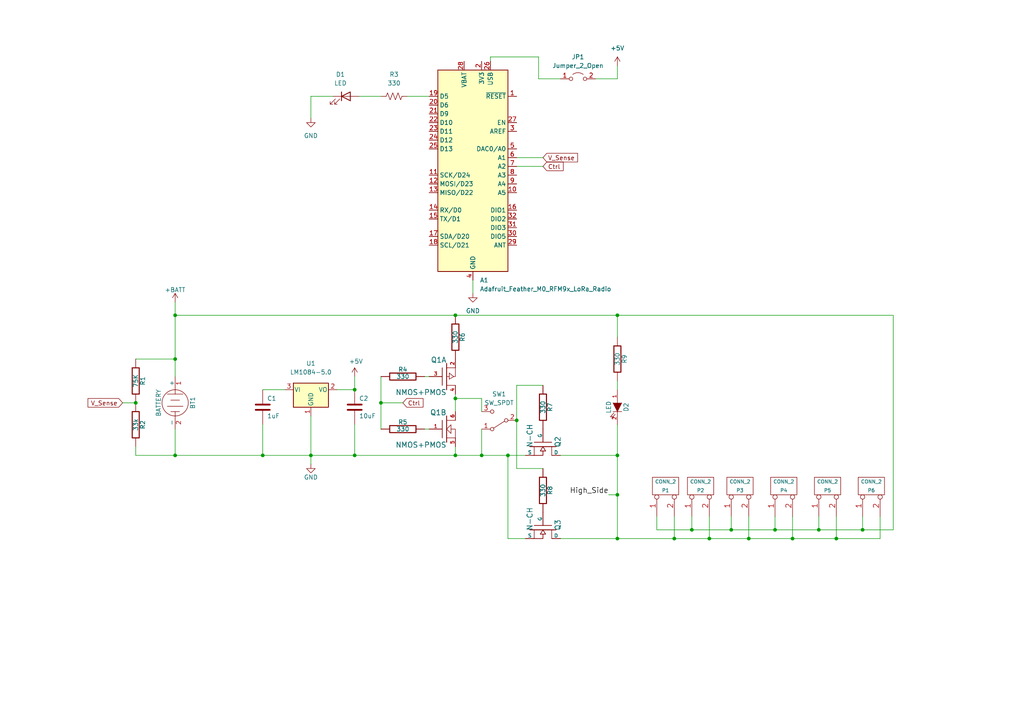
<source format=kicad_sch>
(kicad_sch (version 20211123) (generator eeschema)
  (paper "A4")
  (title_block (title "ISU LTA Remote-Off & Telemetry System") (date "2022-12-13") (rev "E") (company "Iowa State University") (comment 1 "LTA Power, Termination, Telemetry System") (comment 2 "Matthew E. Nelson"))
  (lib_symbols
    (symbol "Device:LED" (pin_numbers hide) (pin_names (offset 1.016) hide)
      (property "Reference" "D" (at 0 2.54 0))
      (property "Value" "LED" (at 0 -2.54 0))
      (symbol "LED_0_1"
        (polyline (pts (xy -1.27 -1.27) (xy -1.27 1.27)) (stroke (width 0.254)))
        (polyline (pts (xy -1.27 0) (xy 1.27 0)))
        (polyline (pts (xy 1.27 -1.27) (xy 1.27 1.27) (xy -1.27 0) (xy 1.27 -1.27)) (stroke (width 0.254)))
        (polyline (pts (xy -3.048 -0.762) (xy -4.572 -2.286) (xy -3.81 -2.286) (xy -4.572 -2.286) (xy -4.572 -1.524)))
        (polyline (pts (xy -1.778 -0.762) (xy -3.302 -2.286) (xy -2.54 -2.286) (xy -3.302 -2.286) (xy -3.302 -1.524)))
      )
      (symbol "LED_1_1"
        (pin passive line (at -3.81 0 0) (length 2.54) (name "K") (number "1"))
        (pin passive line (at 3.81 0 180) (length 2.54) (name "A") (number "2"))
      )
    )
    (symbol "Device:R_US" (pin_numbers hide) (pin_names (offset 0))
      (property "Reference" "R" (at 2.54 0 90))
      (property "Value" "R_US" (at -2.54 0 90))
      (symbol "R_US_0_1"
        (polyline (pts (xy 0 -2.286) (xy 0 -2.54)))
        (polyline (pts (xy 0 2.286) (xy 0 2.54)))
        (polyline (pts (xy 0 -0.762) (xy 1.016 -1.143) (xy 0 -1.524) (xy -1.016 -1.905) (xy 0 -2.286)))
        (polyline (pts (xy 0 0.762) (xy 1.016 0.381) (xy 0 0) (xy -1.016 -0.381) (xy 0 -0.762)))
        (polyline (pts (xy 0 2.286) (xy 1.016 1.905) (xy 0 1.524) (xy -1.016 1.143) (xy 0 0.762)))
      )
      (symbol "R_US_1_1"
        (pin passive line (at 0 3.81 270) (length 1.27) (name "~") (number "1"))
        (pin passive line (at 0 -3.81 90) (length 1.27) (name "~") (number "2"))
      )
    )
    (symbol "ISU_LTA_Kill_Board-rescue:BATTERY" (pin_names (offset 0))
      (property "Reference" "BT" (at 0 5.08 0))
      (property "Value" "BATTERY" (at 0 -4.826 0))
      (symbol "BATTERY_0_1"
        (polyline (pts (xy -2.54 0) (xy -3.81 0)))
        (polyline (pts (xy -2.54 2.286) (xy -2.54 -2.2606)) (stroke (width 0.1524)))
        (polyline (pts (xy -0.7874 1.27) (xy -0.7874 -1.27)) (stroke (width 0.1524)))
        (polyline (pts (xy 0.9906 2.286) (xy 0.9906 -2.2606)) (stroke (width 0.1524)))
        (polyline (pts (xy 2.54 0) (xy 3.81 0)))
        (polyline (pts (xy 2.54 1.27) (xy 2.54 -1.27)) (stroke (width 0.1524)))
        (circle (center 0 0) (radius 3.81) (stroke (width 0.1524)))
      )
      (symbol "BATTERY_1_1"
        (pin passive line (at -7.62 0 0) (length 3.81) (name "+") (number "1"))
        (pin passive line (at 7.62 0 180) (length 3.81) (name "-") (number "2"))
      )
    )
    (symbol "ISU_LTA_Kill_Board-rescue:C-RESCUE-ISU_LTA_Kill_Board" (pin_numbers hide) (pin_names (offset 0.254))
      (property "Reference" "C" (at 0 2.54 0))
      (property "Value" "C-RESCUE-ISU_LTA_Kill_Board" (at 0.1524 -2.159 0))
      (symbol "C-RESCUE-ISU_LTA_Kill_Board_0_1"
        (polyline (pts (xy -2.032 -0.762) (xy 2.032 -0.762)) (stroke (width 0.508)))
        (polyline (pts (xy -2.032 0.762) (xy 2.032 0.762)) (stroke (width 0.508)))
      )
      (symbol "C-RESCUE-ISU_LTA_Kill_Board_1_1"
        (pin passive line (at 0 5.08 270) (length 4.318) (name "~") (number "1"))
        (pin passive line (at 0 -5.08 90) (length 4.318) (name "~") (number "2"))
      )
    )
    (symbol "ISU_LTA_Kill_Board-rescue:CONN_2" (pin_names (offset 1.016) hide)
      (property "Reference" "P" (at -1.27 0 90))
      (property "Value" "CONN_2" (at 1.27 0 90))
      (symbol "CONN_2_0_1"
        (rectangle (start -2.54 3.81) (end 2.54 -3.81))
      )
      (symbol "CONN_2_1_1"
        (pin passive inverted (at -8.89 2.54 0) (length 6.35) (name "P1") (number "1"))
        (pin passive inverted (at -8.89 -2.54 0) (length 6.35) (name "PM") (number "2"))
      )
    )
    (symbol "ISU_LTA_Kill_Board-rescue:LED-RESCUE-ISU_LTA_Kill_Board" (pin_names (offset 1.016) hide)
      (property "Reference" "D" (at 0 2.54 0))
      (property "Value" "LED-RESCUE-ISU_LTA_Kill_Board" (at 0 -2.54 0))
      (symbol "LED-RESCUE-ISU_LTA_Kill_Board_0_1"
        (polyline (pts (xy 1.27 1.27) (xy 1.27 -1.27)))
        (polyline (pts (xy -1.27 1.27) (xy 1.27 0) (xy -1.27 -1.27)) (fill (type outline)))
        (polyline (pts (xy 1.651 -1.016) (xy 2.794 -2.032) (xy 2.667 -1.397)))
        (polyline (pts (xy 2.032 -0.635) (xy 3.175 -1.651) (xy 3.048 -1.016)))
      )
      (symbol "LED-RESCUE-ISU_LTA_Kill_Board_1_1"
        (pin passive line (at -5.08 0 0) (length 3.81) (name "A") (number "1"))
        (pin passive line (at 5.08 0 180) (length 3.81) (name "K") (number "2"))
      )
    )
    (symbol "ISU_LTA_Kill_Board-rescue:MOS_3-Term" (pin_numbers hide) (pin_names (offset 0))
      (property "Reference" "Q" (at 0.254 4.318 0))
      (property "Value" "MOS_3-Term" (at 0.254 -3.81 0))
      (symbol "MOS_3-Term_0_1"
        (polyline (pts (xy -1.27 -2.54) (xy -1.27 2.54)) (stroke (width 0.2032)))
        (polyline (pts (xy 0 -3.81) (xy 0 3.81)) (stroke (width 0.254)))
        (polyline (pts (xy 2.54 -2.54) (xy 0 -2.54)))
        (polyline (pts (xy 2.54 2.54) (xy 0 2.54)))
        (polyline (pts (xy 2.54 -2.54) (xy 2.54 0) (xy 1.27 0)) (stroke (width 0.2032)))
        (polyline (pts (xy 1.27 0.762) (xy 1.27 -0.762) (xy 0 0) (xy 1.27 0.762) (xy 1.27 0.762)) (stroke (width 0.2032)))
      )
      (symbol "MOS_3-Term_1_1"
        (pin input line (at -5.08 0 0) (length 3.81) (name "G") (number "1"))
        (pin passive line (at 2.54 5.08 270) (length 2.54) (name "D") (number "2"))
        (pin passive line (at 2.54 -5.08 90) (length 2.54) (name "S") (number "3"))
      )
    )
    (symbol "ISU_LTA_Kill_Board-rescue:NMOS+PMOS" (pin_names (offset 1.016) hide)
      (property "Reference" "Q" (at 0 4.826 0))
      (property "Value" "NMOS+PMOS" (at 0 -4.572 0))
      (symbol "NMOS+PMOS_0_1"
        (polyline (pts (xy -1.27 -2.54) (xy -1.27 2.54)) (stroke (width 0.2032)))
        (polyline (pts (xy 0 -3.81) (xy 0 3.81)) (stroke (width 0.254)))
        (polyline (pts (xy 2.54 -2.54) (xy 0 -2.54)))
        (polyline (pts (xy 2.54 2.54) (xy 0 2.54)))
      )
      (symbol "NMOS+PMOS_1_1"
        (polyline (pts (xy 0.762 0) (xy 0 0)))
        (polyline (pts (xy 2.032 0) (xy 2.54 0) (xy 2.54 2.54)))
        (polyline (pts (xy 0.762 1.016) (xy 0.762 -0.762) (xy 2.032 0) (xy 0.762 1.016) (xy 0.762 1.016)))
        (pin passive line (at 2.54 5.08 270) (length 2.54) (name "D") (number "2"))
        (pin input line (at -5.08 0 0) (length 3.81) (name "G") (number "3"))
        (pin passive line (at 2.54 -5.08 90) (length 2.54) (name "S") (number "4"))
      )
      (symbol "NMOS+PMOS_2_1"
        (polyline (pts (xy 1.27 0) (xy 2.54 0) (xy 2.54 -2.54)))
        (polyline (pts (xy 0 0) (xy 1.27 1.27) (xy 1.27 -1.27) (xy 0 0)))
        (pin input line (at -5.08 0 0) (length 3.81) (name "G") (number "1"))
        (pin passive line (at 2.54 -5.08 90) (length 2.54) (name "S") (number "5"))
        (pin passive line (at 2.54 5.08 270) (length 2.54) (name "D") (number "6"))
      )
    )
    (symbol "ISU_LTA_Kill_Board-rescue:R-RESCUE-ISU_LTA_Kill_Board" (pin_numbers hide) (pin_names (offset 0))
      (property "Reference" "R" (at 2.032 0 90))
      (property "Value" "R-RESCUE-ISU_LTA_Kill_Board" (at 0.1778 0.0254 90))
      (symbol "R-RESCUE-ISU_LTA_Kill_Board_0_1"
        (rectangle (start -1.016 3.81) (end 1.016 -3.81) (stroke (width 0.3048)))
      )
      (symbol "R-RESCUE-ISU_LTA_Kill_Board_1_1"
        (pin passive line (at 0 6.35 270) (length 2.54) (name "~") (number "1"))
        (pin passive line (at 0 -6.35 90) (length 2.54) (name "~") (number "2"))
      )
    )
    (symbol "Jumper:Jumper_2_Open" (pin_names (offset 0) hide)
      (property "Reference" "JP" (at 0 2.794 0))
      (property "Value" "Jumper_2_Open" (at 0 -2.286 0))
      (symbol "Jumper_2_Open_0_0"
        (circle (center -2.032 0) (radius 0.508))
        (circle (center 2.032 0) (radius 0.508))
      )
      (symbol "Jumper_2_Open_0_1"
        (arc (start 1.524 1.27) (mid 0 1.778) (end -1.524 1.27))
      )
      (symbol "Jumper_2_Open_1_1"
        (pin passive line (at -5.08 0 0) (length 2.54) (name "A") (number "1"))
        (pin passive line (at 5.08 0 180) (length 2.54) (name "B") (number "2"))
      )
    )
    (symbol "MCU_Module:Adafruit_Feather_M0_RFM9x_LoRa_Radio"
      (property "Reference" "A" (at -10.16 29.21 0))
      (property "Value" "Adafruit_Feather_M0_RFM9x_LoRa_Radio" (at 2.54 -31.75 0))
      (symbol "Adafruit_Feather_M0_RFM9x_LoRa_Radio_0_1"
        (rectangle (start -10.16 27.94) (end 10.16 -30.48) (stroke (width 0.254)) (fill (type background)))
      )
      (symbol "Adafruit_Feather_M0_RFM9x_LoRa_Radio_1_1"
        (pin input line (at 12.7 20.32 180) (length 2.54) (name "~{RESET}") (number "1"))
        (pin bidirectional line (at 12.7 -7.62 180) (length 2.54) (name "A5") (number "10"))
        (pin bidirectional line (at -12.7 -2.54 0) (length 2.54) (name "SCK/D24") (number "11"))
        (pin bidirectional line (at -12.7 -5.08 0) (length 2.54) (name "MOSI/D23") (number "12"))
        (pin bidirectional line (at -12.7 -7.62 0) (length 2.54) (name "MISO/D22") (number "13"))
        (pin bidirectional line (at -12.7 -12.7 0) (length 2.54) (name "RX/D0") (number "14"))
        (pin bidirectional line (at -12.7 -15.24 0) (length 2.54) (name "TX/D1") (number "15"))
        (pin bidirectional line (at 12.7 -12.7 180) (length 2.54) (name "DIO1") (number "16"))
        (pin bidirectional line (at -12.7 -20.32 0) (length 2.54) (name "SDA/D20") (number "17"))
        (pin bidirectional line (at -12.7 -22.86 0) (length 2.54) (name "SCL/D21") (number "18"))
        (pin bidirectional line (at -12.7 20.32 0) (length 2.54) (name "D5") (number "19"))
        (pin power_in line (at 2.54 30.48 270) (length 2.54) (name "3V3") (number "2"))
        (pin bidirectional line (at -12.7 17.78 0) (length 2.54) (name "D6") (number "20"))
        (pin bidirectional line (at -12.7 15.24 0) (length 2.54) (name "D9") (number "21"))
        (pin bidirectional line (at -12.7 12.7 0) (length 2.54) (name "D10") (number "22"))
        (pin bidirectional line (at -12.7 10.16 0) (length 2.54) (name "D11") (number "23"))
        (pin bidirectional line (at -12.7 7.62 0) (length 2.54) (name "D12") (number "24"))
        (pin bidirectional line (at -12.7 5.08 0) (length 2.54) (name "D13") (number "25"))
        (pin power_in line (at 5.08 30.48 270) (length 2.54) (name "USB") (number "26"))
        (pin input line (at 12.7 12.7 180) (length 2.54) (name "EN") (number "27"))
        (pin power_in line (at -2.54 30.48 270) (length 2.54) (name "VBAT") (number "28"))
        (pin bidirectional line (at 12.7 -22.86 180) (length 2.54) (name "ANT") (number "29"))
        (pin input line (at 12.7 10.16 180) (length 2.54) (name "AREF") (number "3"))
        (pin bidirectional line (at 12.7 -20.32 180) (length 2.54) (name "DIO5") (number "30"))
        (pin bidirectional line (at 12.7 -17.78 180) (length 2.54) (name "DIO3") (number "31"))
        (pin bidirectional line (at 12.7 -15.24 180) (length 2.54) (name "DIO2") (number "32"))
        (pin power_in line (at 0 -33.02 90) (length 2.54) (name "GND") (number "4"))
        (pin bidirectional line (at 12.7 5.08 180) (length 2.54) (name "DAC0/A0") (number "5"))
        (pin bidirectional line (at 12.7 2.54 180) (length 2.54) (name "A1") (number "6"))
        (pin bidirectional line (at 12.7 0 180) (length 2.54) (name "A2") (number "7"))
        (pin bidirectional line (at 12.7 -2.54 180) (length 2.54) (name "A3") (number "8"))
        (pin bidirectional line (at 12.7 -5.08 180) (length 2.54) (name "A4") (number "9"))
      )
    )
    (symbol "Regulator_Linear:LM1084-5.0" (pin_names (offset 0.254))
      (property "Reference" "U" (at -3.81 3.175 0))
      (property "Value" "LM1084-5.0" (at 0 3.175 0))
      (symbol "LM1084-5.0_0_1"
        (rectangle (start -5.08 1.905) (end 5.08 -5.08) (stroke (width 0.254)) (fill (type background)))
      )
      (symbol "LM1084-5.0_1_1"
        (pin power_in line (at 0 -7.62 90) (length 2.54) (name "GND") (number "1"))
        (pin power_out line (at 7.62 0 180) (length 2.54) (name "VO") (number "2"))
        (pin power_in line (at -7.62 0 0) (length 2.54) (name "VI") (number "3"))
      )
    )
    (symbol "Switch:SW_SPDT" (pin_names (offset 0) hide)
      (property "Reference" "SW" (at 0 4.318 0))
      (property "Value" "SW_SPDT" (at 0 -5.08 0))
      (symbol "SW_SPDT_0_0"
        (circle (center -2.032 0) (radius 0.508))
        (circle (center 2.032 -2.54) (radius 0.508))
      )
      (symbol "SW_SPDT_0_1"
        (polyline (pts (xy -1.524 0.254) (xy 1.651 2.286)))
        (circle (center 2.032 2.54) (radius 0.508))
      )
      (symbol "SW_SPDT_1_1"
        (pin passive line (at 5.08 2.54 180) (length 2.54) (name "A") (number "1"))
        (pin passive line (at -5.08 0 0) (length 2.54) (name "B") (number "2"))
        (pin passive line (at 5.08 -2.54 180) (length 2.54) (name "C") (number "3"))
      )
    )
    (symbol "power:+5V" (power) (pin_names (offset 0))
      (property "Value" "+5V" (at 0 3.556 0))
      (symbol "+5V_0_1"
        (polyline (pts (xy -0.762 1.27) (xy 0 2.54)))
        (polyline (pts (xy 0 0) (xy 0 2.54)))
        (polyline (pts (xy 0 2.54) (xy 0.762 1.27)))
      )
      (symbol "+5V_1_1"
        (pin power_in line (at 0 0 90) (length 0) hide (name "+5V") (number "1"))
      )
    )
    (symbol "power:+BATT" (power) (pin_names (offset 0))
      (property "Value" "+BATT" (at 0 3.556 0))
      (symbol "+BATT_0_1"
        (polyline (pts (xy -0.762 1.27) (xy 0 2.54)))
        (polyline (pts (xy 0 0) (xy 0 2.54)))
        (polyline (pts (xy 0 2.54) (xy 0.762 1.27)))
      )
      (symbol "+BATT_1_1"
        (pin power_in line (at 0 0 90) (length 0) hide (name "+BATT") (number "1"))
      )
    )
    (symbol "power:GND" (power) (pin_names (offset 0))
      (property "Value" "GND" (at 0 -3.81 0))
      (symbol "GND_0_1"
        (polyline (pts (xy 0 0) (xy 0 -1.27) (xy 1.27 -1.27) (xy 0 -2.54) (xy -1.27 -1.27) (xy 0 -1.27)))
      )
      (symbol "GND_1_1"
        (pin power_in line (at 0 0 270) (length 0) hide (name "GND") (number "1"))
      )
    )
  )
  (junction (at 132.08 91.44))
  (junction (at 50.8 104.14))
  (junction (at 110.49 116.84))
  (junction (at 242.57 156.21))
  (junction (at 224.79 153.67))
  (junction (at 212.09 153.67))
  (junction (at 200.66 153.67))
  (junction (at 50.8 132.08))
  (junction (at 179.07 91.44))
  (junction (at 195.58 156.21))
  (junction (at 102.87 132.08))
  (junction (at 205.74 156.21))
  (junction (at 139.7 132.08))
  (junction (at 132.08 132.08))
  (junction (at 102.87 113.03))
  (junction (at 179.07 156.21))
  (junction (at 50.8 91.44))
  (junction (at 179.07 132.08))
  (junction (at 132.08 115.57))
  (junction (at 179.07 143.51))
  (junction (at 229.87 156.21))
  (junction (at 217.17 156.21))
  (junction (at 237.49 153.67))
  (junction (at 250.19 153.67))
  (junction (at 76.2 132.08))
  (junction (at 39.37 116.84))
  (junction (at 90.17 132.08))
  (junction (at 147.32 132.08))
  (junction (at 149.86 121.92))
  (wire (pts (xy 90.17 132.08) (xy 90.17 134.62)))
  (wire (pts (xy 179.07 110.49) (xy 179.07 113.03)))
  (wire (pts (xy 250.19 153.67) (xy 250.19 149.86)))
  (wire (pts (xy 147.32 132.08) (xy 152.4 132.08)))
  (wire (pts (xy 229.87 156.21) (xy 229.87 149.86)))
  (wire (pts (xy 116.84 116.84) (xy 110.49 116.84)))
  (wire (pts (xy 242.57 156.21) (xy 242.57 149.86)))
  (wire (pts (xy 179.07 143.51) (xy 179.07 156.21)))
  (wire (pts (xy 76.2 123.19) (xy 76.2 132.08)))
  (wire (pts (xy 162.56 132.08) (xy 179.07 132.08)))
  (wire (pts (xy 250.19 153.67) (xy 259.08 153.67)))
  (wire (pts (xy 195.58 156.21) (xy 205.74 156.21)))
  (wire (pts (xy 123.19 109.22) (xy 124.46 109.22)))
  (wire (pts (xy 137.16 81.28) (xy 137.16 85.09)))
  (wire (pts (xy 179.07 91.44) (xy 132.08 91.44)))
  (wire (pts (xy 39.37 104.14) (xy 50.8 104.14)))
  (wire (pts (xy 50.8 91.44) (xy 50.8 104.14)))
  (wire (pts (xy 259.08 91.44) (xy 259.08 153.67)))
  (wire (pts (xy 39.37 116.84) (xy 35.56 116.84)))
  (wire (pts (xy 50.8 132.08) (xy 76.2 132.08)))
  (wire (pts (xy 205.74 149.86) (xy 205.74 156.21)))
  (wire (pts (xy 200.66 149.86) (xy 200.66 153.67)))
  (wire (pts (xy 157.48 111.76) (xy 149.86 111.76)))
  (wire (pts (xy 200.66 153.67) (xy 212.09 153.67)))
  (wire (pts (xy 110.49 116.84) (xy 110.49 124.46)))
  (wire (pts (xy 139.7 115.57) (xy 139.7 119.38)))
  (wire (pts (xy 195.58 149.86) (xy 195.58 156.21)))
  (wire (pts (xy 217.17 156.21) (xy 217.17 149.86)))
  (wire (pts (xy 179.07 19.05) (xy 179.07 22.86)))
  (wire (pts (xy 172.72 22.86) (xy 179.07 22.86)))
  (wire (pts (xy 96.52 27.94) (xy 90.17 27.94)))
  (wire (pts (xy 104.14 27.94) (xy 110.49 27.94)))
  (wire (pts (xy 118.11 27.94) (xy 124.46 27.94)))
  (wire (pts (xy 50.8 124.46) (xy 50.8 132.08)))
  (wire (pts (xy 224.79 153.67) (xy 237.49 153.67)))
  (wire (pts (xy 242.57 156.21) (xy 255.27 156.21)))
  (wire (pts (xy 212.09 153.67) (xy 224.79 153.67)))
  (wire (pts (xy 190.5 149.86) (xy 190.5 153.67)))
  (wire (pts (xy 156.21 16.51) (xy 156.21 22.86)))
  (wire (pts (xy 179.07 123.19) (xy 179.07 132.08)))
  (wire (pts (xy 237.49 153.67) (xy 237.49 149.86)))
  (wire (pts (xy 142.24 16.51) (xy 156.21 16.51)))
  (wire (pts (xy 149.86 45.72) (xy 157.48 45.72)))
  (wire (pts (xy 90.17 120.65) (xy 90.17 132.08)))
  (wire (pts (xy 39.37 132.08) (xy 50.8 132.08)))
  (wire (pts (xy 90.17 27.94) (xy 90.17 34.29)))
  (wire (pts (xy 149.86 111.76) (xy 149.86 121.92)))
  (wire (pts (xy 132.08 115.57) (xy 132.08 119.38)))
  (wire (pts (xy 179.07 91.44) (xy 179.07 97.79)))
  (wire (pts (xy 39.37 129.54) (xy 39.37 132.08)))
  (wire (pts (xy 97.79 113.03) (xy 102.87 113.03)))
  (wire (pts (xy 217.17 156.21) (xy 229.87 156.21)))
  (wire (pts (xy 139.7 132.08) (xy 147.32 132.08)))
  (wire (pts (xy 76.2 132.08) (xy 90.17 132.08)))
  (wire (pts (xy 139.7 115.57) (xy 132.08 115.57)))
  (wire (pts (xy 149.86 121.92) (xy 149.86 135.89)))
  (wire (pts (xy 110.49 109.22) (xy 110.49 116.84)))
  (wire (pts (xy 205.74 156.21) (xy 217.17 156.21)))
  (wire (pts (xy 190.5 153.67) (xy 200.66 153.67)))
  (wire (pts (xy 50.8 91.44) (xy 132.08 91.44)))
  (wire (pts (xy 179.07 132.08) (xy 179.07 143.51)))
  (wire (pts (xy 179.07 156.21) (xy 195.58 156.21)))
  (wire (pts (xy 259.08 91.44) (xy 179.07 91.44)))
  (wire (pts (xy 132.08 132.08) (xy 132.08 129.54)))
  (wire (pts (xy 102.87 109.22) (xy 102.87 113.03)))
  (wire (pts (xy 132.08 132.08) (xy 139.7 132.08)))
  (wire (pts (xy 90.17 132.08) (xy 102.87 132.08)))
  (wire (pts (xy 176.53 143.51) (xy 179.07 143.51)))
  (wire (pts (xy 50.8 104.14) (xy 50.8 109.22)))
  (wire (pts (xy 152.4 156.21) (xy 147.32 156.21)))
  (wire (pts (xy 147.32 156.21) (xy 147.32 132.08)))
  (wire (pts (xy 139.7 124.46) (xy 139.7 132.08)))
  (wire (pts (xy 224.79 153.67) (xy 224.79 149.86)))
  (wire (pts (xy 149.86 48.26) (xy 157.48 48.26)))
  (wire (pts (xy 102.87 123.19) (xy 102.87 132.08)))
  (wire (pts (xy 132.08 114.3) (xy 132.08 115.57)))
  (wire (pts (xy 102.87 132.08) (xy 132.08 132.08)))
  (wire (pts (xy 156.21 22.86) (xy 162.56 22.86)))
  (wire (pts (xy 124.46 124.46) (xy 123.19 124.46)))
  (wire (pts (xy 229.87 156.21) (xy 242.57 156.21)))
  (wire (pts (xy 149.86 135.89) (xy 157.48 135.89)))
  (wire (pts (xy 162.56 156.21) (xy 179.07 156.21)))
  (wire (pts (xy 255.27 156.21) (xy 255.27 149.86)))
  (wire (pts (xy 237.49 153.67) (xy 250.19 153.67)))
  (wire (pts (xy 142.24 16.51) (xy 142.24 17.78)))
  (wire (pts (xy 76.2 113.03) (xy 82.55 113.03)))
  (wire (pts (xy 212.09 153.67) (xy 212.09 149.86)))
  (wire (pts (xy 50.8 87.63) (xy 50.8 91.44)))
  (label "High_Side" (at 176.53 143.51 180) (effects (font (size 1.524 1.524))))
  (global_label "V_Sense" (shape input) (at 157.48 45.72 0) (property "Intersheet References" "${INTERSHEET_REFS}" (effects hide)))
  (global_label "Ctrl" (shape input) (at 116.84 116.84 0) (property "Intersheet References" "${INTERSHEET_REFS}" (effects hide)))
  (global_label "Ctrl" (shape input) (at 157.48 48.26 0) (property "Intersheet References" "${INTERSHEET_REFS}" (effects hide)))
  (global_label "V_Sense" (shape input) (at 35.56 116.84 180) (property "Intersheet References" "${INTERSHEET_REFS}" (effects hide)))
  (symbol (lib_id "ISU_LTA_Kill_Board-rescue:BATTERY") (at 50.8 116.84 270) (unit 1)
    (property "Reference" "BT1" (at 55.88 116.84 0))
    (property "Value" "BATTERY" (at 45.974 116.84 0))
    (property "Footprint" "Adafruit:SolderWirePad_2x_2-5mmDrill" (effects hide))
  )
  (symbol (lib_id "ISU_LTA_Kill_Board-rescue:CONN_2") (at 240.03 140.97 90) (unit 1)
    (property "Reference" "P5" (at 240.03 142.24 90) (effects (font (size 1.016 1.016))))
    (property "Value" "CONN_2" (at 240.03 139.7 90) (effects (font (size 1.016 1.016))))
    (property "Footprint" "Connectors_JST:JST_VH_B2P-VH-B_2x3.96mm_Vertical" (effects hide))
  )
  (symbol (lib_id "ISU_LTA_Kill_Board-rescue:CONN_2") (at 227.33 140.97 90) (unit 1)
    (property "Reference" "P4" (at 227.33 142.24 90) (effects (font (size 1.016 1.016))))
    (property "Value" "CONN_2" (at 227.33 139.7 90) (effects (font (size 1.016 1.016))))
    (property "Footprint" "Connectors_JST:JST_VH_B2P-VH-B_2x3.96mm_Vertical" (effects hide))
  )
  (symbol (lib_id "ISU_LTA_Kill_Board-rescue:CONN_2") (at 214.63 140.97 90) (unit 1)
    (property "Reference" "P3" (at 214.63 142.24 90) (effects (font (size 1.016 1.016))))
    (property "Value" "CONN_2" (at 214.63 139.7 90) (effects (font (size 1.016 1.016))))
    (property "Footprint" "Connectors_JST:JST_VH_B2P-VH-B_2x3.96mm_Vertical" (effects hide))
  )
  (symbol (lib_id "ISU_LTA_Kill_Board-rescue:R-RESCUE-ISU_LTA_Kill_Board") (at 157.48 142.24 0) (unit 1)
    (property "Reference" "R8" (at 159.512 142.24 90))
    (property "Value" "330" (at 157.48 142.24 90))
    (property "Footprint" "Resistors_SMD:R_0805_HandSoldering" (effects hide))
    (property "DigikeyNumber" "P330ACT-ND" (effects hide))
    (property "Manufacturer" "Panasonic Electronic Components" (effects hide))
    (property "ManufacturerNumber" "ERJ-6GEYJ331V" (effects hide))
    (property "Qty" "1" (effects hide))
  )
  (symbol (lib_id "ISU_LTA_Kill_Board-rescue:R-RESCUE-ISU_LTA_Kill_Board") (at 157.48 118.11 0) (unit 1)
    (property "Reference" "R7" (at 159.512 118.11 90))
    (property "Value" "330" (at 157.48 118.11 90))
    (property "Footprint" "Resistors_SMD:R_0805_HandSoldering" (effects hide))
    (property "DigikeyNumber" "P330ACT-ND" (effects hide))
    (property "Manufacturer" "Panasonic Electronic Components" (effects hide))
    (property "ManufacturerNumber" "ERJ-6GEYJ331V" (effects hide))
    (property "Qty" "1" (effects hide))
  )
  (symbol (lib_id "ISU_LTA_Kill_Board-rescue:CONN_2") (at 252.73 140.97 90) (unit 1)
    (property "Reference" "P6" (at 252.73 142.24 90) (effects (font (size 1.016 1.016))))
    (property "Value" "CONN_2" (at 252.73 139.7 90) (effects (font (size 1.016 1.016))))
    (property "Footprint" "Connectors_JST:JST_VH_B2P-VH-B_2x3.96mm_Vertical" (effects hide))
  )
  (symbol (lib_id "ISU_LTA_Kill_Board-rescue:R-RESCUE-ISU_LTA_Kill_Board") (at 39.37 110.49 0) (unit 1)
    (property "Reference" "R1" (at 41.402 110.49 90))
    (property "Value" "75K" (at 39.37 110.49 90))
    (property "Footprint" "Resistors_SMD:R_0805_HandSoldering" (effects hide))
    (property "DigikeyNumber" "P649KCCT-ND" (effects hide))
    (property "Manufacturer" "Panasonic Electronic Components" (effects hide))
    (property "ManufacturerNumber" "ERJ-6ENF6493V" (effects hide))
    (property "Qty" "1" (effects hide))
  )
  (symbol (lib_id "ISU_LTA_Kill_Board-rescue:R-RESCUE-ISU_LTA_Kill_Board") (at 39.37 123.19 0) (unit 1)
    (property "Reference" "R2" (at 41.402 123.19 90))
    (property "Value" "33k" (at 39.37 123.19 90))
    (property "Footprint" "Resistors_SMD:R_0805_HandSoldering" (effects hide))
    (property "DigikeyNumber" "P330KCCT-ND" (effects hide))
    (property "Manufacturer" "Panasonic Electronic Components" (effects hide))
    (property "ManufacturerNumber" "ERJ-6ENF3303V" (effects hide))
    (property "Qty" "1" (effects hide))
  )
  (symbol (lib_id "ISU_LTA_Kill_Board-rescue:R-RESCUE-ISU_LTA_Kill_Board") (at 179.07 104.14 0) (unit 1)
    (property "Reference" "R9" (at 181.102 104.14 90))
    (property "Value" "330" (at 179.07 104.14 90))
    (property "Footprint" "Resistors_SMD:R_0805_HandSoldering" (effects hide))
    (property "DigikeyNumber" "P330ACT-ND" (effects hide))
    (property "Manufacturer" "Panasonic Electronic Components" (effects hide))
    (property "ManufacturerNumber" "ERJ-6GEYJ331V" (effects hide))
    (property "Qty" "1" (effects hide))
  )
  (symbol (lib_id "ISU_LTA_Kill_Board-rescue:LED-RESCUE-ISU_LTA_Kill_Board") (at 179.07 118.11 270) (unit 1)
    (property "Reference" "D2" (at 181.61 118.11 0))
    (property "Value" "LED" (at 176.53 118.11 0))
    (property "Footprint" "LEDs:LED_0805_HandSoldering" (effects hide))
    (property "DigikeyNumber" "754-1141-1-ND" (effects hide))
    (property "Manufacturer" "Kingbright Company" (effects hide))
    (property "ManufacturerNumber" "APT3216SGC" (effects hide))
    (property "Qty" "1" (effects hide))
  )
  (symbol (lib_id "ISU_LTA_Kill_Board-rescue:R-RESCUE-ISU_LTA_Kill_Board") (at 116.84 109.22 90) (unit 1)
    (property "Reference" "R4" (at 116.84 107.188 90))
    (property "Value" "330" (at 116.84 109.22 90))
    (property "Footprint" "Resistors_SMD:R_0805_HandSoldering" (effects hide))
    (property "DigikeyNumber" "P330ACT-ND" (effects hide))
    (property "Manufacturer" "Panasonic Electronic Components" (effects hide))
    (property "ManufacturerNumber" "ERJ-6GEYJ331V" (effects hide))
    (property "Qty" "1" (effects hide))
  )
  (symbol (lib_id "ISU_LTA_Kill_Board-rescue:R-RESCUE-ISU_LTA_Kill_Board") (at 116.84 124.46 90) (unit 1)
    (property "Reference" "R5" (at 116.84 122.428 90))
    (property "Value" "330" (at 116.84 124.46 90))
    (property "Footprint" "Resistors_SMD:R_0805_HandSoldering" (effects hide))
    (property "DigikeyNumber" "P330ACT-ND" (effects hide))
    (property "Manufacturer" "Panasonic Electronic Components" (effects hide))
    (property "ManufacturerNumber" "ERJ-6GEYJ331V" (effects hide))
    (property "Qty" "1" (effects hide))
  )
  (symbol (lib_id "ISU_LTA_Kill_Board-rescue:MOS_3-Term") (at 157.48 153.67 270) (unit 1)
    (property "Reference" "Q3" (at 161.798 153.924 0) (effects (font (size 1.524 1.524)) (justify right)))
    (property "Value" "N-CH" (at 153.67 153.924 0) (effects (font (size 1.524 1.524)) (justify right)))
    (property "Footprint" "TO_SOT_Packages_SMD:TO-263-3_TabPin2" (effects hide))
    (property "DigikeyNumber" "568-6587-1-ND" (effects hide))
    (property "Manufacturer" "NXP Semiconductors" (effects hide))
    (property "ManufacturerNumber" "BUK962R8-30B,118" (effects hide))
    (property "Qty" "1" (effects hide))
  )
  (symbol (lib_id "ISU_LTA_Kill_Board-rescue:MOS_3-Term") (at 157.48 129.54 270) (unit 1)
    (property "Reference" "Q2" (at 161.798 129.794 0) (effects (font (size 1.524 1.524)) (justify right)))
    (property "Value" "N-CH" (at 153.67 129.794 0) (effects (font (size 1.524 1.524)) (justify right)))
    (property "Footprint" "TO_SOT_Packages_SMD:TO-263-3_TabPin2" (effects hide))
    (property "DigikeyNumber" "568-6587-1-ND" (effects hide))
    (property "Manufacturer" "NXP Semiconductors" (effects hide))
    (property "ManufacturerNumber" "BUK962R8-30B,118" (effects hide))
    (property "Qty" "1" (effects hide))
  )
  (symbol (lib_id "ISU_LTA_Kill_Board-rescue:NMOS+PMOS") (at 129.54 109.22 0) (unit 1)
    (property "Reference" "Q1" (at 129.54 104.394 0) (effects (font (size 1.524 1.524)) (justify right)))
    (property "Value" "NMOS+PMOS" (at 129.54 113.792 0) (effects (font (size 1.524 1.524)) (justify right)))
    (property "Footprint" "TO_SOT_Packages_SMD:SOT-23-6" (effects hide))
    (property "DigikeyNumber" "FDC6333CCT-ND" (effects hide))
    (property "Manufacturer" "Fairchild Semiconductor" (effects hide))
    (property "ManufacturerNumber" "FDC6333C" (effects hide))
    (property "Qty" "1" (effects hide))
  )
  (symbol (lib_id "ISU_LTA_Kill_Board-rescue:NMOS+PMOS") (at 129.54 124.46 0) (unit 2)
    (property "Reference" "Q1" (at 129.54 119.634 0) (effects (font (size 1.524 1.524)) (justify right)))
    (property "Value" "NMOS+PMOS" (at 129.54 129.032 0) (effects (font (size 1.524 1.524)) (justify right)))
    (property "Footprint" "TO_SOT_Packages_SMD:SOT-23-6" (effects hide))
    (property "DigikeyNumber" "FDC6333CCT-ND" (effects hide))
    (property "Manufacturer" "Fiarchild Semiconductor" (effects hide))
    (property "ManufacturerNumber" "FDC6333C" (effects hide))
    (property "Qty" "1" (effects hide))
  )
  (symbol (lib_id "ISU_LTA_Kill_Board-rescue:R-RESCUE-ISU_LTA_Kill_Board") (at 132.08 97.79 0) (unit 1)
    (property "Reference" "R6" (at 134.112 97.79 90))
    (property "Value" "330" (at 132.08 97.79 90))
    (property "Footprint" "Resistors_SMD:R_0805_HandSoldering" (effects hide))
    (property "DigikeyNumber" "P330ACT-ND" (effects hide))
    (property "Manufacturer" "Panasonic Electronic Components" (effects hide))
    (property "ManufacturerNumber" "ERJ-6GEYJ331V" (effects hide))
    (property "Qty" "1" (effects hide))
  )
  (symbol (lib_id "power:GND") (at 90.17 134.62 0) (unit 1)
    (property "Reference" "#PWR03" (effects hide))
    (property "Value" "GND" (at 90.17 138.43 0))
  )
  (symbol (lib_id "power:+BATT") (at 50.8 87.63 0) (unit 1)
    (property "Reference" "#PWR01" (effects hide))
    (property "Value" "+BATT" (at 50.8 84.074 0))
  )
  (symbol (lib_id "ISU_LTA_Kill_Board-rescue:C-RESCUE-ISU_LTA_Kill_Board") (at 76.2 118.11 0) (unit 1)
    (property "Reference" "C1" (at 77.47 115.57 0) (effects (justify left)))
    (property "Value" "1uF" (at 77.47 120.65 0) (effects (justify left)))
    (property "Footprint" "Capacitors_SMD:C_0805_HandSoldering" (effects hide))
    (property "DigikeyNumber" "311-1141-1-ND" (effects hide))
    (property "Manufacturer" "Yageo" (effects hide))
    (property "ManufacturerNumber" "CC0805KRX7R8BB104" (effects hide))
    (property "Qty" "1" (effects hide))
  )
  (symbol (lib_id "ISU_LTA_Kill_Board-rescue:C-RESCUE-ISU_LTA_Kill_Board") (at 102.87 118.11 0) (unit 1)
    (property "Reference" "C2" (at 104.14 115.57 0) (effects (justify left)))
    (property "Value" "10uF" (at 104.14 120.65 0) (effects (justify left)))
    (property "Footprint" "Capacitors_SMD:C_0805_HandSoldering" (effects hide))
    (property "DigikeyNumber" "445-5984-1-ND" (effects hide))
    (property "Manufacturer" "TDK Corporation" (effects hide))
    (property "ManufacturerNumber" "C2012X5R1E106K125AB" (effects hide))
    (property "Qty" "1" (effects hide))
  )
  (symbol (lib_id "power:+5V") (at 102.87 109.22 0) (unit 1)
    (property "Reference" "#PWR04" (effects hide))
    (property "Value" "+5V" (at 103.251 104.8258 0))
  )
  (symbol (lib_id "ISU_LTA_Kill_Board-rescue:CONN_2") (at 203.2 140.97 90) (unit 1)
    (property "Reference" "P2" (at 203.2 142.24 90) (effects (font (size 1.016 1.016))))
    (property "Value" "CONN_2" (at 203.2 139.7 90) (effects (font (size 1.016 1.016))))
    (property "Footprint" "Connectors_JST:JST_VH_B2P-VH-B_2x3.96mm_Vertical" (effects hide))
  )
  (symbol (lib_id "ISU_LTA_Kill_Board-rescue:CONN_2") (at 193.04 140.97 90) (unit 1)
    (property "Reference" "P1" (at 193.04 142.24 90) (effects (font (size 1.016 1.016))))
    (property "Value" "CONN_2" (at 193.04 139.7 90) (effects (font (size 1.016 1.016))))
    (property "Footprint" "Connectors_JST:JST_VH_B2P-VH-B_2x3.96mm_Vertical" (effects hide))
  )
  (symbol (lib_id "Switch:SW_SPDT") (at 144.78 121.92 180) (unit 1)
    (property "Reference" "SW1" (at 144.78 114.3 0))
    (property "Value" "SW_SPDT" (at 144.78 116.84 0))
    (property "Footprint" "LED_SMD:LED_0805_2012Metric_Pad1.15x1.40mm_HandSolder" (effects hide))
  )
  (symbol (lib_id "power:+5V") (at 179.07 19.05 0) (unit 1)
    (property "Reference" "#PWR06" (effects hide))
    (property "Value" "+5V" (at 179.07 13.97 0))
  )
  (symbol (lib_id "power:GND") (at 137.16 85.09 0) (unit 1)
    (property "Reference" "#PWR05" (effects hide))
    (property "Value" "GND" (at 137.16 90.17 0))
  )
  (symbol (lib_id "power:GND") (at 90.17 34.29 0) (unit 1)
    (property "Reference" "#PWR02" (effects hide))
    (property "Value" "GND" (at 90.17 39.37 0))
  )
  (symbol (lib_id "Device:R_US") (at 114.3 27.94 90) (unit 1)
    (property "Reference" "R3" (at 114.3 21.59 90))
    (property "Value" "330" (at 114.3 24.13 90))
    (property "Footprint" "Resistor_SMD:R_0805_2012Metric_Pad1.20x1.40mm_HandSolder" (effects hide))
  )
  (symbol (lib_id "MCU_Module:Adafruit_Feather_M0_RFM9x_LoRa_Radio") (at 137.16 48.26 0) (unit 1)
    (property "Reference" "A1" (at 139.1794 81.28 0) (effects (justify left)))
    (property "Value" "Adafruit_Feather_M0_RFM9x_LoRa_Radio" (at 139.1794 83.82 0) (effects (justify left)))
    (property "Footprint" "Module:Adafruit_Feather_M0_RFM" (effects hide))
    (property "Datasheet" "https://cdn-learn.adafruit.com/downloads/pdf/adafruit-feather-m0-radio-with-lora-radio-module.pdf" (effects hide))
  )
  (symbol (lib_id "Regulator_Linear:LM1084-5.0") (at 90.17 113.03 0) (unit 1)
    (property "Reference" "U1" (at 90.17 105.41 0))
    (property "Value" "LM1084-5.0" (at 90.17 107.95 0))
    (property "Footprint" "Package_TO_SOT_THT:TO-220-3_Horizontal_TabDown" (effects hide))
    (property "Datasheet" "http://www.ti.com/lit/ds/symlink/lm1084.pdf" (effects hide))
  )
  (symbol (lib_id "Device:LED") (at 100.33 27.94 0) (unit 1)
    (property "Reference" "D1" (at 98.7425 21.59 0))
    (property "Value" "LED" (at 98.7425 24.13 0))
    (property "Footprint" "LED_SMD:LED_0805_2012Metric_Pad1.15x1.40mm_HandSolder" (effects hide))
  )
  (symbol (lib_id "Jumper:Jumper_2_Open") (at 167.64 22.86 0) (unit 1)
    (property "Reference" "JP1" (at 167.64 16.51 0))
    (property "Value" "Jumper_2_Open" (at 167.64 19.05 0))
    (property "Footprint" "TestPoint:TestPoint_Bridge_Pitch2.54mm_Drill1.3mm" (effects hide))
  )
)
</source>
